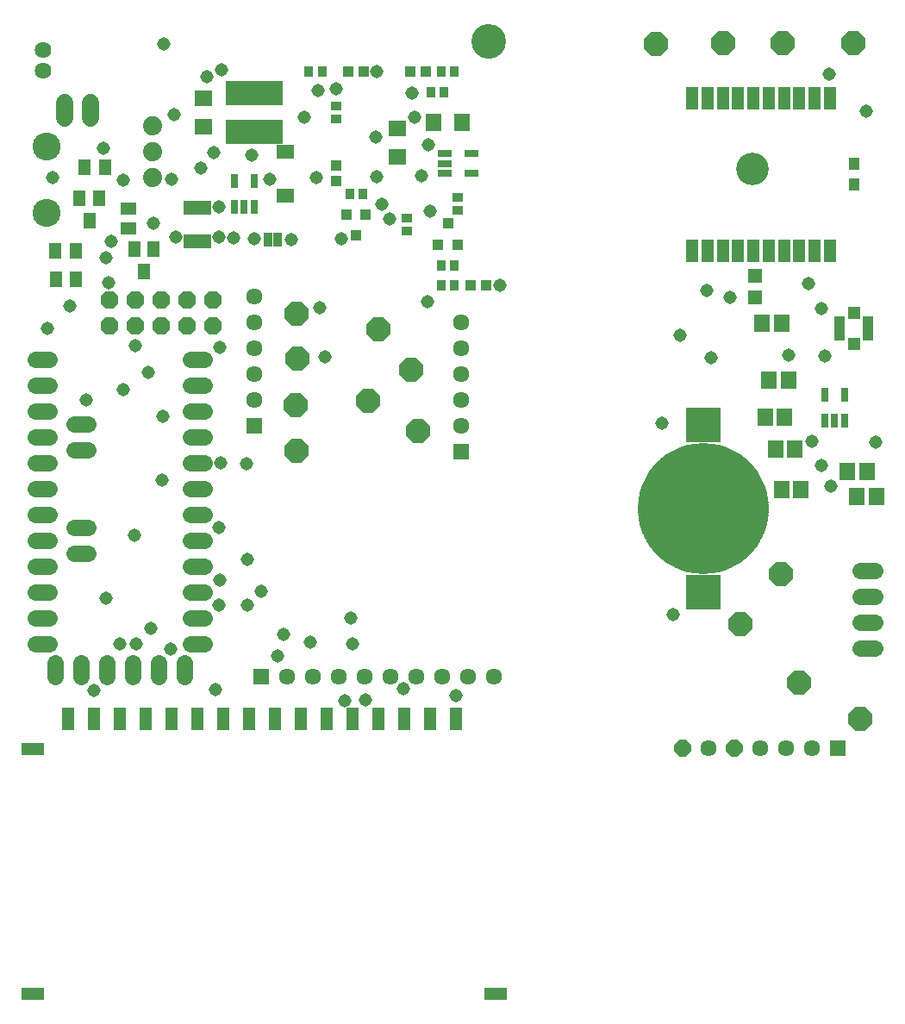
<source format=gts>
G75*
%MOIN*%
%OFA0B0*%
%FSLAX25Y25*%
%IPPOS*%
%LPD*%
%AMOC8*
5,1,8,0,0,1.08239X$1,22.5*
%
%ADD10C,0.13398*%
%ADD11C,0.25800*%
%ADD12R,0.13398X0.13398*%
%ADD13C,0.00500*%
%ADD14C,0.06400*%
%ADD15R,0.06312X0.07099*%
%ADD16R,0.03556X0.04343*%
%ADD17R,0.07099X0.06312*%
%ADD18R,0.05918X0.06706*%
%ADD19R,0.10643X0.05524*%
%ADD20C,0.10800*%
%ADD21R,0.06587X0.05800*%
%ADD22R,0.03950X0.04737*%
%ADD23C,0.06800*%
%ADD24OC8,0.06800*%
%ADD25R,0.22454X0.09265*%
%ADD26R,0.03950X0.03950*%
%ADD27R,0.05524X0.05524*%
%ADD28C,0.07400*%
%ADD29OC8,0.09300*%
%ADD30R,0.03950X0.04343*%
%ADD31R,0.04737X0.06312*%
%ADD32R,0.04343X0.03556*%
%ADD33R,0.05131X0.06312*%
%ADD34R,0.06312X0.05131*%
%ADD35R,0.03300X0.05800*%
%ADD36C,0.06350*%
%ADD37R,0.04737X0.08674*%
%ADD38R,0.08674X0.04737*%
%ADD39C,0.06350*%
%ADD40R,0.06350X0.06350*%
%ADD41OC8,0.06350*%
%ADD42R,0.04146X0.09461*%
%ADD43R,0.04737X0.04934*%
%ADD44C,0.12611*%
%ADD45R,0.02965X0.05524*%
%ADD46R,0.05524X0.02965*%
%ADD47C,0.05162*%
D10*
X0190776Y0495547D03*
D11*
X0273847Y0314799D03*
D12*
X0273847Y0282416D03*
X0273847Y0347183D03*
D13*
X0273847Y0339799D02*
X0270834Y0339617D01*
X0267864Y0339073D01*
X0264982Y0338175D01*
X0262229Y0336936D01*
X0259646Y0335374D01*
X0257269Y0333512D01*
X0255134Y0331377D01*
X0253273Y0329001D01*
X0251711Y0326417D01*
X0250472Y0323664D01*
X0249574Y0320782D01*
X0249030Y0317813D01*
X0248847Y0314799D01*
X0249030Y0311786D01*
X0249574Y0308816D01*
X0250472Y0305934D01*
X0251711Y0303181D01*
X0253273Y0300598D01*
X0255134Y0298221D01*
X0257269Y0296086D01*
X0259646Y0294225D01*
X0262229Y0292663D01*
X0264982Y0291424D01*
X0267864Y0290526D01*
X0270834Y0289981D01*
X0273847Y0289799D01*
X0276861Y0289981D01*
X0279830Y0290526D01*
X0282712Y0291424D01*
X0285465Y0292663D01*
X0288049Y0294225D01*
X0290425Y0296086D01*
X0292560Y0298221D01*
X0294422Y0300598D01*
X0295984Y0303181D01*
X0297223Y0305934D01*
X0298121Y0308816D01*
X0298665Y0311786D01*
X0298847Y0314799D01*
X0298665Y0317813D01*
X0298121Y0320782D01*
X0297223Y0323664D01*
X0295984Y0326417D01*
X0294422Y0329001D01*
X0292560Y0331377D01*
X0290425Y0333512D01*
X0288049Y0335374D01*
X0285465Y0336936D01*
X0282712Y0338175D01*
X0279830Y0339073D01*
X0276861Y0339617D01*
X0273847Y0339799D01*
X0270382Y0339534D02*
X0277312Y0339534D01*
X0279949Y0339036D02*
X0267745Y0339036D01*
X0266146Y0338537D02*
X0281549Y0338537D01*
X0283014Y0338039D02*
X0264680Y0338039D01*
X0263572Y0337540D02*
X0284122Y0337540D01*
X0285230Y0337042D02*
X0262465Y0337042D01*
X0261580Y0336543D02*
X0286115Y0336543D01*
X0286939Y0336045D02*
X0260755Y0336045D01*
X0259931Y0335546D02*
X0287764Y0335546D01*
X0288465Y0335048D02*
X0259229Y0335048D01*
X0258593Y0334549D02*
X0289102Y0334549D01*
X0289738Y0334051D02*
X0257957Y0334051D01*
X0257320Y0333552D02*
X0290374Y0333552D01*
X0290884Y0333054D02*
X0256811Y0333054D01*
X0256312Y0332555D02*
X0291382Y0332555D01*
X0291881Y0332057D02*
X0255814Y0332057D01*
X0255315Y0331558D02*
X0292379Y0331558D01*
X0292809Y0331059D02*
X0254886Y0331059D01*
X0254495Y0330561D02*
X0293200Y0330561D01*
X0293590Y0330062D02*
X0254104Y0330062D01*
X0253714Y0329564D02*
X0293981Y0329564D01*
X0294371Y0329065D02*
X0253323Y0329065D01*
X0253010Y0328567D02*
X0294684Y0328567D01*
X0294985Y0328068D02*
X0252709Y0328068D01*
X0252408Y0327570D02*
X0295287Y0327570D01*
X0295588Y0327071D02*
X0252106Y0327071D01*
X0251805Y0326573D02*
X0295890Y0326573D01*
X0296138Y0326074D02*
X0251557Y0326074D01*
X0251332Y0325576D02*
X0296362Y0325576D01*
X0296587Y0325077D02*
X0251108Y0325077D01*
X0250883Y0324579D02*
X0296811Y0324579D01*
X0297035Y0324080D02*
X0250659Y0324080D01*
X0250446Y0323582D02*
X0297248Y0323582D01*
X0297404Y0323083D02*
X0250291Y0323083D01*
X0250135Y0322585D02*
X0297559Y0322585D01*
X0297714Y0322086D02*
X0249980Y0322086D01*
X0249825Y0321588D02*
X0297870Y0321588D01*
X0298025Y0321089D02*
X0249669Y0321089D01*
X0249539Y0320591D02*
X0298156Y0320591D01*
X0298247Y0320092D02*
X0249447Y0320092D01*
X0249356Y0319594D02*
X0298339Y0319594D01*
X0298430Y0319095D02*
X0249265Y0319095D01*
X0249173Y0318597D02*
X0298521Y0318597D01*
X0298613Y0318098D02*
X0249082Y0318098D01*
X0249017Y0317600D02*
X0298678Y0317600D01*
X0298708Y0317101D02*
X0248986Y0317101D01*
X0248956Y0316603D02*
X0298738Y0316603D01*
X0298768Y0316104D02*
X0248926Y0316104D01*
X0248896Y0315606D02*
X0298798Y0315606D01*
X0298829Y0315107D02*
X0248866Y0315107D01*
X0248859Y0314609D02*
X0298836Y0314609D01*
X0298806Y0314110D02*
X0248889Y0314110D01*
X0248919Y0313612D02*
X0298775Y0313612D01*
X0298745Y0313113D02*
X0248949Y0313113D01*
X0248979Y0312615D02*
X0298715Y0312615D01*
X0298685Y0312116D02*
X0249010Y0312116D01*
X0249060Y0311618D02*
X0298634Y0311618D01*
X0298543Y0311119D02*
X0249152Y0311119D01*
X0249243Y0310621D02*
X0298451Y0310621D01*
X0298360Y0310122D02*
X0249334Y0310122D01*
X0249426Y0309624D02*
X0298269Y0309624D01*
X0298177Y0309125D02*
X0249517Y0309125D01*
X0249633Y0308626D02*
X0298062Y0308626D01*
X0297906Y0308128D02*
X0249788Y0308128D01*
X0249944Y0307629D02*
X0297751Y0307629D01*
X0297596Y0307131D02*
X0250099Y0307131D01*
X0250254Y0306632D02*
X0297440Y0306632D01*
X0297285Y0306134D02*
X0250410Y0306134D01*
X0250606Y0305635D02*
X0297088Y0305635D01*
X0296864Y0305137D02*
X0250831Y0305137D01*
X0251055Y0304638D02*
X0296640Y0304638D01*
X0296415Y0304140D02*
X0251279Y0304140D01*
X0251504Y0303641D02*
X0296191Y0303641D01*
X0295961Y0303143D02*
X0251734Y0303143D01*
X0252035Y0302644D02*
X0295659Y0302644D01*
X0295358Y0302146D02*
X0252337Y0302146D01*
X0252638Y0301647D02*
X0295056Y0301647D01*
X0294755Y0301149D02*
X0252939Y0301149D01*
X0253241Y0300650D02*
X0294454Y0300650D01*
X0294073Y0300152D02*
X0253622Y0300152D01*
X0254012Y0299653D02*
X0293682Y0299653D01*
X0293291Y0299155D02*
X0254403Y0299155D01*
X0254794Y0298656D02*
X0292901Y0298656D01*
X0292497Y0298158D02*
X0255198Y0298158D01*
X0255696Y0297659D02*
X0291998Y0297659D01*
X0291500Y0297161D02*
X0256195Y0297161D01*
X0256693Y0296662D02*
X0291001Y0296662D01*
X0290503Y0296164D02*
X0257192Y0296164D01*
X0257807Y0295665D02*
X0289888Y0295665D01*
X0289251Y0295167D02*
X0258443Y0295167D01*
X0259079Y0294668D02*
X0288615Y0294668D01*
X0287958Y0294170D02*
X0259737Y0294170D01*
X0260561Y0293671D02*
X0287133Y0293671D01*
X0286309Y0293173D02*
X0261386Y0293173D01*
X0262210Y0292674D02*
X0285484Y0292674D01*
X0284383Y0292176D02*
X0263312Y0292176D01*
X0264419Y0291677D02*
X0283275Y0291677D01*
X0281925Y0291179D02*
X0265769Y0291179D01*
X0267369Y0290680D02*
X0280326Y0290680D01*
X0277952Y0290182D02*
X0269742Y0290182D01*
D14*
X0018414Y0484209D03*
X0018414Y0492083D03*
D15*
X0169517Y0464051D03*
X0180540Y0464051D03*
D16*
X0173650Y0475862D03*
X0168532Y0475862D03*
X0172469Y0483736D03*
X0177587Y0483736D03*
X0142154Y0436492D03*
X0137036Y0436492D03*
X0172469Y0408933D03*
X0177587Y0408933D03*
X0177587Y0401059D03*
X0172469Y0401059D03*
X0126406Y0483736D03*
X0121288Y0483736D03*
D17*
X0155343Y0461689D03*
X0155343Y0450665D03*
X0080540Y0462476D03*
X0080540Y0473500D03*
D18*
X0296603Y0386374D03*
X0304083Y0386374D03*
X0306800Y0364563D03*
X0299320Y0364563D03*
X0297784Y0350193D03*
X0305265Y0350193D03*
X0301721Y0337752D03*
X0309202Y0337752D03*
X0311643Y0322004D03*
X0304162Y0322004D03*
X0329635Y0329130D03*
X0337115Y0329130D03*
X0340698Y0319445D03*
X0333217Y0319445D03*
D19*
X0078178Y0418185D03*
X0078178Y0431177D03*
D20*
X0019910Y0429130D03*
X0019910Y0454720D03*
D21*
X0112036Y0452831D03*
X0112036Y0435902D03*
D22*
X0332076Y0440154D03*
X0332076Y0448028D03*
D23*
X0036721Y0465776D02*
X0036721Y0471776D01*
X0026721Y0471776D02*
X0026721Y0465776D01*
D24*
X0044320Y0395508D03*
X0054320Y0395508D03*
X0064320Y0395508D03*
X0074320Y0395508D03*
X0084320Y0395508D03*
X0084320Y0385508D03*
X0074320Y0385508D03*
X0064320Y0385508D03*
X0054320Y0385508D03*
X0044320Y0385508D03*
D25*
X0100225Y0460429D03*
X0100225Y0475547D03*
D26*
X0131721Y0447319D03*
X0131721Y0441413D03*
X0136643Y0483736D03*
X0142548Y0483736D03*
X0160658Y0483736D03*
X0166564Y0483736D03*
X0183887Y0401059D03*
X0189792Y0401059D03*
D27*
X0293729Y0404760D03*
X0293729Y0396492D03*
D28*
X0060737Y0442791D03*
X0060737Y0452791D03*
X0060737Y0462791D03*
D29*
X0116643Y0390272D03*
X0116682Y0372870D03*
X0116209Y0354839D03*
X0116406Y0337122D03*
X0144044Y0356492D03*
X0160737Y0368618D03*
X0148217Y0384051D03*
X0163611Y0344681D03*
X0288296Y0270193D03*
X0303847Y0289563D03*
X0310737Y0247358D03*
X0334359Y0233579D03*
X0331682Y0494917D03*
X0304556Y0494917D03*
X0281367Y0494917D03*
X0255540Y0494602D03*
D30*
X0175028Y0425075D03*
X0171288Y0416807D03*
X0178769Y0416807D03*
X0143335Y0428618D03*
X0135855Y0428618D03*
X0139595Y0420350D03*
D31*
X0061328Y0415035D03*
X0053847Y0415035D03*
X0057587Y0406374D03*
X0036406Y0426059D03*
X0032666Y0434720D03*
X0040146Y0434720D03*
D32*
X0131721Y0465429D03*
X0131721Y0470547D03*
X0159280Y0427240D03*
X0159280Y0422122D03*
X0178965Y0429996D03*
X0178965Y0435114D03*
D33*
X0042509Y0446728D03*
X0034635Y0446728D03*
X0031013Y0414445D03*
X0023139Y0414445D03*
X0023454Y0403421D03*
X0031328Y0403421D03*
D34*
X0051406Y0423028D03*
X0051406Y0430902D03*
D35*
X0105540Y0418776D03*
X0109083Y0418776D03*
D36*
X0080953Y0372437D02*
X0075403Y0372437D01*
X0075403Y0362437D02*
X0080953Y0362437D01*
X0080953Y0352437D02*
X0075403Y0352437D01*
X0075403Y0342437D02*
X0080953Y0342437D01*
X0080953Y0332437D02*
X0075403Y0332437D01*
X0075403Y0322437D02*
X0080953Y0322437D01*
X0080953Y0312437D02*
X0075403Y0312437D01*
X0075403Y0302437D02*
X0080953Y0302437D01*
X0080953Y0292437D02*
X0075403Y0292437D01*
X0075403Y0282437D02*
X0080953Y0282437D01*
X0080953Y0272437D02*
X0075403Y0272437D01*
X0075403Y0262437D02*
X0080953Y0262437D01*
X0073178Y0255212D02*
X0073178Y0249662D01*
X0063178Y0249662D02*
X0063178Y0255212D01*
X0053178Y0255212D02*
X0053178Y0249662D01*
X0043178Y0249662D02*
X0043178Y0255212D01*
X0033178Y0255212D02*
X0033178Y0249662D01*
X0023178Y0249662D02*
X0023178Y0255212D01*
X0020953Y0262437D02*
X0015403Y0262437D01*
X0015403Y0272437D02*
X0020953Y0272437D01*
X0020953Y0282437D02*
X0015403Y0282437D01*
X0015403Y0292437D02*
X0020953Y0292437D01*
X0020953Y0302437D02*
X0015403Y0302437D01*
X0015403Y0312437D02*
X0020953Y0312437D01*
X0020953Y0322437D02*
X0015403Y0322437D01*
X0015403Y0332437D02*
X0020953Y0332437D01*
X0020953Y0342437D02*
X0015403Y0342437D01*
X0015403Y0352437D02*
X0020953Y0352437D01*
X0020953Y0362437D02*
X0015403Y0362437D01*
X0015403Y0372437D02*
X0020953Y0372437D01*
X0030403Y0347437D02*
X0035953Y0347437D01*
X0035953Y0337437D02*
X0030403Y0337437D01*
X0030403Y0307437D02*
X0035953Y0307437D01*
X0035953Y0297437D02*
X0030403Y0297437D01*
X0334576Y0290783D02*
X0340126Y0290783D01*
X0340126Y0280783D02*
X0334576Y0280783D01*
X0334576Y0270783D02*
X0340126Y0270783D01*
X0340126Y0260783D02*
X0334576Y0260783D01*
D37*
X0322745Y0414484D03*
X0316839Y0414484D03*
X0310934Y0414484D03*
X0305028Y0414484D03*
X0299123Y0414484D03*
X0293217Y0414484D03*
X0287312Y0414484D03*
X0281406Y0414484D03*
X0275501Y0414484D03*
X0269595Y0414484D03*
X0269595Y0473539D03*
X0275501Y0473539D03*
X0281406Y0473539D03*
X0287312Y0473539D03*
X0293217Y0473539D03*
X0299123Y0473539D03*
X0305028Y0473539D03*
X0310934Y0473539D03*
X0316839Y0473539D03*
X0322745Y0473539D03*
X0178099Y0233579D03*
X0168099Y0233579D03*
X0158099Y0233579D03*
X0148099Y0233579D03*
X0138099Y0233579D03*
X0128099Y0233579D03*
X0118099Y0233579D03*
X0108099Y0233579D03*
X0098099Y0233579D03*
X0088099Y0233579D03*
X0078099Y0233579D03*
X0068099Y0233579D03*
X0058099Y0233579D03*
X0048099Y0233579D03*
X0038099Y0233579D03*
X0028099Y0233579D03*
D38*
X0014517Y0127280D03*
X0014517Y0221768D03*
X0193650Y0127280D03*
D39*
X0275973Y0222004D03*
X0295973Y0222004D03*
X0305973Y0222004D03*
X0315973Y0222004D03*
X0192784Y0249917D03*
X0182784Y0249917D03*
X0172784Y0249917D03*
X0162784Y0249917D03*
X0152784Y0249917D03*
X0142784Y0249917D03*
X0132784Y0249917D03*
X0122784Y0249917D03*
X0112784Y0249917D03*
X0180265Y0346689D03*
X0180265Y0356689D03*
X0180265Y0366689D03*
X0180265Y0376689D03*
X0180265Y0386689D03*
X0100265Y0386689D03*
X0100265Y0396689D03*
X0100265Y0376689D03*
X0100265Y0366689D03*
X0100265Y0356689D03*
D40*
X0100265Y0346689D03*
X0180265Y0336689D03*
X0102784Y0249917D03*
X0325973Y0222004D03*
D41*
X0285973Y0222004D03*
X0265973Y0222004D03*
D42*
X0326662Y0384406D03*
X0337489Y0384406D03*
D43*
X0332076Y0390409D03*
X0332076Y0378402D03*
D44*
X0292824Y0445980D03*
D45*
X0320894Y0358933D03*
X0328375Y0358933D03*
X0328375Y0348696D03*
X0324635Y0348696D03*
X0320894Y0348696D03*
X0100028Y0431374D03*
X0096288Y0431374D03*
X0092548Y0431374D03*
X0092548Y0441611D03*
X0100028Y0441611D03*
D46*
X0173847Y0444563D03*
X0173847Y0448303D03*
X0173847Y0452043D03*
X0184084Y0452043D03*
X0184084Y0444563D03*
D47*
X0167548Y0455587D03*
X0162036Y0466020D03*
X0161249Y0475469D03*
X0147469Y0483736D03*
X0131721Y0477043D03*
X0124831Y0476453D03*
X0119517Y0466020D03*
X0099044Y0451453D03*
X0106131Y0442004D03*
X0124241Y0442791D03*
X0133690Y0419169D03*
X0149438Y0432555D03*
X0152587Y0426650D03*
X0168335Y0429799D03*
X0164792Y0443579D03*
X0147469Y0443185D03*
X0147076Y0458539D03*
X0114398Y0418776D03*
X0100225Y0419169D03*
X0092154Y0419366D03*
X0086446Y0419760D03*
X0086446Y0431374D03*
X0079359Y0446335D03*
X0084477Y0452634D03*
X0068335Y0442004D03*
X0061249Y0425075D03*
X0069910Y0419957D03*
X0049398Y0441965D03*
X0041957Y0454209D03*
X0022076Y0442791D03*
X0044713Y0417988D03*
X0042745Y0411689D03*
X0043926Y0402240D03*
X0028965Y0393185D03*
X0020304Y0384524D03*
X0035265Y0356965D03*
X0049438Y0360902D03*
X0059280Y0367594D03*
X0054162Y0377831D03*
X0064792Y0350469D03*
X0064398Y0325862D03*
X0053769Y0304602D03*
X0042745Y0280193D03*
X0048257Y0262476D03*
X0054556Y0262476D03*
X0060068Y0268382D03*
X0067942Y0260508D03*
X0085265Y0244760D03*
X0109280Y0257752D03*
X0111643Y0266020D03*
X0121879Y0263264D03*
X0138020Y0262476D03*
X0137627Y0272319D03*
X0157902Y0245154D03*
X0143139Y0240823D03*
X0135265Y0240626D03*
X0097469Y0277437D03*
X0102981Y0282949D03*
X0097469Y0295154D03*
X0086839Y0287280D03*
X0086446Y0277437D03*
X0086446Y0307358D03*
X0087233Y0332555D03*
X0097076Y0332161D03*
X0086839Y0377043D03*
X0125422Y0392398D03*
X0127391Y0373500D03*
X0167154Y0394760D03*
X0195107Y0401059D03*
X0257706Y0347909D03*
X0276997Y0373106D03*
X0264792Y0381768D03*
X0275028Y0399091D03*
X0284083Y0396335D03*
X0306918Y0374287D03*
X0320698Y0373894D03*
X0319517Y0392004D03*
X0314398Y0401846D03*
X0315973Y0340823D03*
X0319517Y0331374D03*
X0323060Y0323500D03*
X0340383Y0340429D03*
X0262036Y0273894D03*
X0178178Y0242398D03*
X0038020Y0244366D03*
X0069123Y0467201D03*
X0081721Y0481768D03*
X0087627Y0484524D03*
X0065186Y0494366D03*
X0322666Y0482949D03*
X0336839Y0468382D03*
M02*

</source>
